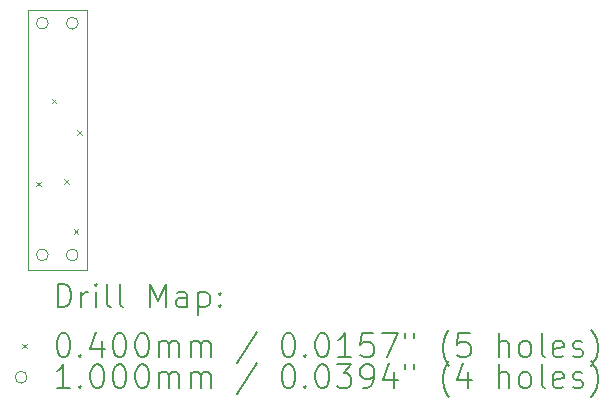
<source format=gbr>
%TF.GenerationSoftware,KiCad,Pcbnew,7.0.7*%
%TF.CreationDate,2023-10-14T15:10:54+01:00*%
%TF.ProjectId,battery_protection,62617474-6572-4795-9f70-726f74656374,rev?*%
%TF.SameCoordinates,Original*%
%TF.FileFunction,Drillmap*%
%TF.FilePolarity,Positive*%
%FSLAX45Y45*%
G04 Gerber Fmt 4.5, Leading zero omitted, Abs format (unit mm)*
G04 Created by KiCad (PCBNEW 7.0.7) date 2023-10-14 15:10:54*
%MOMM*%
%LPD*%
G01*
G04 APERTURE LIST*
%ADD10C,0.100000*%
%ADD11C,0.200000*%
%ADD12C,0.040000*%
G04 APERTURE END LIST*
D10*
X14492000Y-8231500D02*
X14993000Y-8231500D01*
X14993000Y-10434500D01*
X14492000Y-10434500D01*
X14492000Y-8231500D01*
D11*
D12*
X14563000Y-9687000D02*
X14603000Y-9727000D01*
X14603000Y-9687000D02*
X14563000Y-9727000D01*
X14694389Y-8983928D02*
X14734389Y-9023928D01*
X14734389Y-8983928D02*
X14694389Y-9023928D01*
X14803000Y-9665000D02*
X14843000Y-9705000D01*
X14843000Y-9665000D02*
X14803000Y-9705000D01*
X14881000Y-10090000D02*
X14921000Y-10130000D01*
X14921000Y-10090000D02*
X14881000Y-10130000D01*
X14914000Y-9250000D02*
X14954000Y-9290000D01*
X14954000Y-9250000D02*
X14914000Y-9290000D01*
D10*
X14666000Y-8344984D02*
G75*
G03*
X14666000Y-8344984I-50000J0D01*
G01*
X14666000Y-10307000D02*
G75*
G03*
X14666000Y-10307000I-50000J0D01*
G01*
X14920000Y-8346000D02*
G75*
G03*
X14920000Y-8346000I-50000J0D01*
G01*
X14920000Y-10308000D02*
G75*
G03*
X14920000Y-10308000I-50000J0D01*
G01*
D11*
X14747777Y-10750984D02*
X14747777Y-10550984D01*
X14747777Y-10550984D02*
X14795396Y-10550984D01*
X14795396Y-10550984D02*
X14823967Y-10560508D01*
X14823967Y-10560508D02*
X14843015Y-10579555D01*
X14843015Y-10579555D02*
X14852539Y-10598603D01*
X14852539Y-10598603D02*
X14862062Y-10636698D01*
X14862062Y-10636698D02*
X14862062Y-10665270D01*
X14862062Y-10665270D02*
X14852539Y-10703365D01*
X14852539Y-10703365D02*
X14843015Y-10722412D01*
X14843015Y-10722412D02*
X14823967Y-10741460D01*
X14823967Y-10741460D02*
X14795396Y-10750984D01*
X14795396Y-10750984D02*
X14747777Y-10750984D01*
X14947777Y-10750984D02*
X14947777Y-10617650D01*
X14947777Y-10655746D02*
X14957301Y-10636698D01*
X14957301Y-10636698D02*
X14966824Y-10627174D01*
X14966824Y-10627174D02*
X14985872Y-10617650D01*
X14985872Y-10617650D02*
X15004920Y-10617650D01*
X15071586Y-10750984D02*
X15071586Y-10617650D01*
X15071586Y-10550984D02*
X15062062Y-10560508D01*
X15062062Y-10560508D02*
X15071586Y-10570031D01*
X15071586Y-10570031D02*
X15081110Y-10560508D01*
X15081110Y-10560508D02*
X15071586Y-10550984D01*
X15071586Y-10550984D02*
X15071586Y-10570031D01*
X15195396Y-10750984D02*
X15176348Y-10741460D01*
X15176348Y-10741460D02*
X15166824Y-10722412D01*
X15166824Y-10722412D02*
X15166824Y-10550984D01*
X15300158Y-10750984D02*
X15281110Y-10741460D01*
X15281110Y-10741460D02*
X15271586Y-10722412D01*
X15271586Y-10722412D02*
X15271586Y-10550984D01*
X15528729Y-10750984D02*
X15528729Y-10550984D01*
X15528729Y-10550984D02*
X15595396Y-10693841D01*
X15595396Y-10693841D02*
X15662062Y-10550984D01*
X15662062Y-10550984D02*
X15662062Y-10750984D01*
X15843015Y-10750984D02*
X15843015Y-10646222D01*
X15843015Y-10646222D02*
X15833491Y-10627174D01*
X15833491Y-10627174D02*
X15814443Y-10617650D01*
X15814443Y-10617650D02*
X15776348Y-10617650D01*
X15776348Y-10617650D02*
X15757301Y-10627174D01*
X15843015Y-10741460D02*
X15823967Y-10750984D01*
X15823967Y-10750984D02*
X15776348Y-10750984D01*
X15776348Y-10750984D02*
X15757301Y-10741460D01*
X15757301Y-10741460D02*
X15747777Y-10722412D01*
X15747777Y-10722412D02*
X15747777Y-10703365D01*
X15747777Y-10703365D02*
X15757301Y-10684317D01*
X15757301Y-10684317D02*
X15776348Y-10674793D01*
X15776348Y-10674793D02*
X15823967Y-10674793D01*
X15823967Y-10674793D02*
X15843015Y-10665270D01*
X15938253Y-10617650D02*
X15938253Y-10817650D01*
X15938253Y-10627174D02*
X15957301Y-10617650D01*
X15957301Y-10617650D02*
X15995396Y-10617650D01*
X15995396Y-10617650D02*
X16014443Y-10627174D01*
X16014443Y-10627174D02*
X16023967Y-10636698D01*
X16023967Y-10636698D02*
X16033491Y-10655746D01*
X16033491Y-10655746D02*
X16033491Y-10712889D01*
X16033491Y-10712889D02*
X16023967Y-10731936D01*
X16023967Y-10731936D02*
X16014443Y-10741460D01*
X16014443Y-10741460D02*
X15995396Y-10750984D01*
X15995396Y-10750984D02*
X15957301Y-10750984D01*
X15957301Y-10750984D02*
X15938253Y-10741460D01*
X16119205Y-10731936D02*
X16128729Y-10741460D01*
X16128729Y-10741460D02*
X16119205Y-10750984D01*
X16119205Y-10750984D02*
X16109682Y-10741460D01*
X16109682Y-10741460D02*
X16119205Y-10731936D01*
X16119205Y-10731936D02*
X16119205Y-10750984D01*
X16119205Y-10627174D02*
X16128729Y-10636698D01*
X16128729Y-10636698D02*
X16119205Y-10646222D01*
X16119205Y-10646222D02*
X16109682Y-10636698D01*
X16109682Y-10636698D02*
X16119205Y-10627174D01*
X16119205Y-10627174D02*
X16119205Y-10646222D01*
D12*
X14447000Y-11059500D02*
X14487000Y-11099500D01*
X14487000Y-11059500D02*
X14447000Y-11099500D01*
D11*
X14785872Y-10970984D02*
X14804920Y-10970984D01*
X14804920Y-10970984D02*
X14823967Y-10980508D01*
X14823967Y-10980508D02*
X14833491Y-10990031D01*
X14833491Y-10990031D02*
X14843015Y-11009079D01*
X14843015Y-11009079D02*
X14852539Y-11047174D01*
X14852539Y-11047174D02*
X14852539Y-11094793D01*
X14852539Y-11094793D02*
X14843015Y-11132889D01*
X14843015Y-11132889D02*
X14833491Y-11151936D01*
X14833491Y-11151936D02*
X14823967Y-11161460D01*
X14823967Y-11161460D02*
X14804920Y-11170984D01*
X14804920Y-11170984D02*
X14785872Y-11170984D01*
X14785872Y-11170984D02*
X14766824Y-11161460D01*
X14766824Y-11161460D02*
X14757301Y-11151936D01*
X14757301Y-11151936D02*
X14747777Y-11132889D01*
X14747777Y-11132889D02*
X14738253Y-11094793D01*
X14738253Y-11094793D02*
X14738253Y-11047174D01*
X14738253Y-11047174D02*
X14747777Y-11009079D01*
X14747777Y-11009079D02*
X14757301Y-10990031D01*
X14757301Y-10990031D02*
X14766824Y-10980508D01*
X14766824Y-10980508D02*
X14785872Y-10970984D01*
X14938253Y-11151936D02*
X14947777Y-11161460D01*
X14947777Y-11161460D02*
X14938253Y-11170984D01*
X14938253Y-11170984D02*
X14928729Y-11161460D01*
X14928729Y-11161460D02*
X14938253Y-11151936D01*
X14938253Y-11151936D02*
X14938253Y-11170984D01*
X15119205Y-11037650D02*
X15119205Y-11170984D01*
X15071586Y-10961460D02*
X15023967Y-11104317D01*
X15023967Y-11104317D02*
X15147777Y-11104317D01*
X15262062Y-10970984D02*
X15281110Y-10970984D01*
X15281110Y-10970984D02*
X15300158Y-10980508D01*
X15300158Y-10980508D02*
X15309682Y-10990031D01*
X15309682Y-10990031D02*
X15319205Y-11009079D01*
X15319205Y-11009079D02*
X15328729Y-11047174D01*
X15328729Y-11047174D02*
X15328729Y-11094793D01*
X15328729Y-11094793D02*
X15319205Y-11132889D01*
X15319205Y-11132889D02*
X15309682Y-11151936D01*
X15309682Y-11151936D02*
X15300158Y-11161460D01*
X15300158Y-11161460D02*
X15281110Y-11170984D01*
X15281110Y-11170984D02*
X15262062Y-11170984D01*
X15262062Y-11170984D02*
X15243015Y-11161460D01*
X15243015Y-11161460D02*
X15233491Y-11151936D01*
X15233491Y-11151936D02*
X15223967Y-11132889D01*
X15223967Y-11132889D02*
X15214443Y-11094793D01*
X15214443Y-11094793D02*
X15214443Y-11047174D01*
X15214443Y-11047174D02*
X15223967Y-11009079D01*
X15223967Y-11009079D02*
X15233491Y-10990031D01*
X15233491Y-10990031D02*
X15243015Y-10980508D01*
X15243015Y-10980508D02*
X15262062Y-10970984D01*
X15452539Y-10970984D02*
X15471586Y-10970984D01*
X15471586Y-10970984D02*
X15490634Y-10980508D01*
X15490634Y-10980508D02*
X15500158Y-10990031D01*
X15500158Y-10990031D02*
X15509682Y-11009079D01*
X15509682Y-11009079D02*
X15519205Y-11047174D01*
X15519205Y-11047174D02*
X15519205Y-11094793D01*
X15519205Y-11094793D02*
X15509682Y-11132889D01*
X15509682Y-11132889D02*
X15500158Y-11151936D01*
X15500158Y-11151936D02*
X15490634Y-11161460D01*
X15490634Y-11161460D02*
X15471586Y-11170984D01*
X15471586Y-11170984D02*
X15452539Y-11170984D01*
X15452539Y-11170984D02*
X15433491Y-11161460D01*
X15433491Y-11161460D02*
X15423967Y-11151936D01*
X15423967Y-11151936D02*
X15414443Y-11132889D01*
X15414443Y-11132889D02*
X15404920Y-11094793D01*
X15404920Y-11094793D02*
X15404920Y-11047174D01*
X15404920Y-11047174D02*
X15414443Y-11009079D01*
X15414443Y-11009079D02*
X15423967Y-10990031D01*
X15423967Y-10990031D02*
X15433491Y-10980508D01*
X15433491Y-10980508D02*
X15452539Y-10970984D01*
X15604920Y-11170984D02*
X15604920Y-11037650D01*
X15604920Y-11056698D02*
X15614443Y-11047174D01*
X15614443Y-11047174D02*
X15633491Y-11037650D01*
X15633491Y-11037650D02*
X15662063Y-11037650D01*
X15662063Y-11037650D02*
X15681110Y-11047174D01*
X15681110Y-11047174D02*
X15690634Y-11066222D01*
X15690634Y-11066222D02*
X15690634Y-11170984D01*
X15690634Y-11066222D02*
X15700158Y-11047174D01*
X15700158Y-11047174D02*
X15719205Y-11037650D01*
X15719205Y-11037650D02*
X15747777Y-11037650D01*
X15747777Y-11037650D02*
X15766824Y-11047174D01*
X15766824Y-11047174D02*
X15776348Y-11066222D01*
X15776348Y-11066222D02*
X15776348Y-11170984D01*
X15871586Y-11170984D02*
X15871586Y-11037650D01*
X15871586Y-11056698D02*
X15881110Y-11047174D01*
X15881110Y-11047174D02*
X15900158Y-11037650D01*
X15900158Y-11037650D02*
X15928729Y-11037650D01*
X15928729Y-11037650D02*
X15947777Y-11047174D01*
X15947777Y-11047174D02*
X15957301Y-11066222D01*
X15957301Y-11066222D02*
X15957301Y-11170984D01*
X15957301Y-11066222D02*
X15966824Y-11047174D01*
X15966824Y-11047174D02*
X15985872Y-11037650D01*
X15985872Y-11037650D02*
X16014443Y-11037650D01*
X16014443Y-11037650D02*
X16033491Y-11047174D01*
X16033491Y-11047174D02*
X16043015Y-11066222D01*
X16043015Y-11066222D02*
X16043015Y-11170984D01*
X16433491Y-10961460D02*
X16262063Y-11218603D01*
X16690634Y-10970984D02*
X16709682Y-10970984D01*
X16709682Y-10970984D02*
X16728729Y-10980508D01*
X16728729Y-10980508D02*
X16738253Y-10990031D01*
X16738253Y-10990031D02*
X16747777Y-11009079D01*
X16747777Y-11009079D02*
X16757301Y-11047174D01*
X16757301Y-11047174D02*
X16757301Y-11094793D01*
X16757301Y-11094793D02*
X16747777Y-11132889D01*
X16747777Y-11132889D02*
X16738253Y-11151936D01*
X16738253Y-11151936D02*
X16728729Y-11161460D01*
X16728729Y-11161460D02*
X16709682Y-11170984D01*
X16709682Y-11170984D02*
X16690634Y-11170984D01*
X16690634Y-11170984D02*
X16671586Y-11161460D01*
X16671586Y-11161460D02*
X16662063Y-11151936D01*
X16662063Y-11151936D02*
X16652539Y-11132889D01*
X16652539Y-11132889D02*
X16643015Y-11094793D01*
X16643015Y-11094793D02*
X16643015Y-11047174D01*
X16643015Y-11047174D02*
X16652539Y-11009079D01*
X16652539Y-11009079D02*
X16662063Y-10990031D01*
X16662063Y-10990031D02*
X16671586Y-10980508D01*
X16671586Y-10980508D02*
X16690634Y-10970984D01*
X16843015Y-11151936D02*
X16852539Y-11161460D01*
X16852539Y-11161460D02*
X16843015Y-11170984D01*
X16843015Y-11170984D02*
X16833491Y-11161460D01*
X16833491Y-11161460D02*
X16843015Y-11151936D01*
X16843015Y-11151936D02*
X16843015Y-11170984D01*
X16976348Y-10970984D02*
X16995396Y-10970984D01*
X16995396Y-10970984D02*
X17014444Y-10980508D01*
X17014444Y-10980508D02*
X17023968Y-10990031D01*
X17023968Y-10990031D02*
X17033491Y-11009079D01*
X17033491Y-11009079D02*
X17043015Y-11047174D01*
X17043015Y-11047174D02*
X17043015Y-11094793D01*
X17043015Y-11094793D02*
X17033491Y-11132889D01*
X17033491Y-11132889D02*
X17023968Y-11151936D01*
X17023968Y-11151936D02*
X17014444Y-11161460D01*
X17014444Y-11161460D02*
X16995396Y-11170984D01*
X16995396Y-11170984D02*
X16976348Y-11170984D01*
X16976348Y-11170984D02*
X16957301Y-11161460D01*
X16957301Y-11161460D02*
X16947777Y-11151936D01*
X16947777Y-11151936D02*
X16938253Y-11132889D01*
X16938253Y-11132889D02*
X16928729Y-11094793D01*
X16928729Y-11094793D02*
X16928729Y-11047174D01*
X16928729Y-11047174D02*
X16938253Y-11009079D01*
X16938253Y-11009079D02*
X16947777Y-10990031D01*
X16947777Y-10990031D02*
X16957301Y-10980508D01*
X16957301Y-10980508D02*
X16976348Y-10970984D01*
X17233491Y-11170984D02*
X17119206Y-11170984D01*
X17176348Y-11170984D02*
X17176348Y-10970984D01*
X17176348Y-10970984D02*
X17157301Y-10999555D01*
X17157301Y-10999555D02*
X17138253Y-11018603D01*
X17138253Y-11018603D02*
X17119206Y-11028127D01*
X17414444Y-10970984D02*
X17319206Y-10970984D01*
X17319206Y-10970984D02*
X17309682Y-11066222D01*
X17309682Y-11066222D02*
X17319206Y-11056698D01*
X17319206Y-11056698D02*
X17338253Y-11047174D01*
X17338253Y-11047174D02*
X17385872Y-11047174D01*
X17385872Y-11047174D02*
X17404920Y-11056698D01*
X17404920Y-11056698D02*
X17414444Y-11066222D01*
X17414444Y-11066222D02*
X17423968Y-11085270D01*
X17423968Y-11085270D02*
X17423968Y-11132889D01*
X17423968Y-11132889D02*
X17414444Y-11151936D01*
X17414444Y-11151936D02*
X17404920Y-11161460D01*
X17404920Y-11161460D02*
X17385872Y-11170984D01*
X17385872Y-11170984D02*
X17338253Y-11170984D01*
X17338253Y-11170984D02*
X17319206Y-11161460D01*
X17319206Y-11161460D02*
X17309682Y-11151936D01*
X17490634Y-10970984D02*
X17623968Y-10970984D01*
X17623968Y-10970984D02*
X17538253Y-11170984D01*
X17690634Y-10970984D02*
X17690634Y-11009079D01*
X17766825Y-10970984D02*
X17766825Y-11009079D01*
X18062063Y-11247174D02*
X18052539Y-11237650D01*
X18052539Y-11237650D02*
X18033491Y-11209079D01*
X18033491Y-11209079D02*
X18023968Y-11190031D01*
X18023968Y-11190031D02*
X18014444Y-11161460D01*
X18014444Y-11161460D02*
X18004920Y-11113841D01*
X18004920Y-11113841D02*
X18004920Y-11075746D01*
X18004920Y-11075746D02*
X18014444Y-11028127D01*
X18014444Y-11028127D02*
X18023968Y-10999555D01*
X18023968Y-10999555D02*
X18033491Y-10980508D01*
X18033491Y-10980508D02*
X18052539Y-10951936D01*
X18052539Y-10951936D02*
X18062063Y-10942412D01*
X18233491Y-10970984D02*
X18138253Y-10970984D01*
X18138253Y-10970984D02*
X18128730Y-11066222D01*
X18128730Y-11066222D02*
X18138253Y-11056698D01*
X18138253Y-11056698D02*
X18157301Y-11047174D01*
X18157301Y-11047174D02*
X18204920Y-11047174D01*
X18204920Y-11047174D02*
X18223968Y-11056698D01*
X18223968Y-11056698D02*
X18233491Y-11066222D01*
X18233491Y-11066222D02*
X18243015Y-11085270D01*
X18243015Y-11085270D02*
X18243015Y-11132889D01*
X18243015Y-11132889D02*
X18233491Y-11151936D01*
X18233491Y-11151936D02*
X18223968Y-11161460D01*
X18223968Y-11161460D02*
X18204920Y-11170984D01*
X18204920Y-11170984D02*
X18157301Y-11170984D01*
X18157301Y-11170984D02*
X18138253Y-11161460D01*
X18138253Y-11161460D02*
X18128730Y-11151936D01*
X18481111Y-11170984D02*
X18481111Y-10970984D01*
X18566825Y-11170984D02*
X18566825Y-11066222D01*
X18566825Y-11066222D02*
X18557301Y-11047174D01*
X18557301Y-11047174D02*
X18538253Y-11037650D01*
X18538253Y-11037650D02*
X18509682Y-11037650D01*
X18509682Y-11037650D02*
X18490634Y-11047174D01*
X18490634Y-11047174D02*
X18481111Y-11056698D01*
X18690634Y-11170984D02*
X18671587Y-11161460D01*
X18671587Y-11161460D02*
X18662063Y-11151936D01*
X18662063Y-11151936D02*
X18652539Y-11132889D01*
X18652539Y-11132889D02*
X18652539Y-11075746D01*
X18652539Y-11075746D02*
X18662063Y-11056698D01*
X18662063Y-11056698D02*
X18671587Y-11047174D01*
X18671587Y-11047174D02*
X18690634Y-11037650D01*
X18690634Y-11037650D02*
X18719206Y-11037650D01*
X18719206Y-11037650D02*
X18738253Y-11047174D01*
X18738253Y-11047174D02*
X18747777Y-11056698D01*
X18747777Y-11056698D02*
X18757301Y-11075746D01*
X18757301Y-11075746D02*
X18757301Y-11132889D01*
X18757301Y-11132889D02*
X18747777Y-11151936D01*
X18747777Y-11151936D02*
X18738253Y-11161460D01*
X18738253Y-11161460D02*
X18719206Y-11170984D01*
X18719206Y-11170984D02*
X18690634Y-11170984D01*
X18871587Y-11170984D02*
X18852539Y-11161460D01*
X18852539Y-11161460D02*
X18843015Y-11142412D01*
X18843015Y-11142412D02*
X18843015Y-10970984D01*
X19023968Y-11161460D02*
X19004920Y-11170984D01*
X19004920Y-11170984D02*
X18966825Y-11170984D01*
X18966825Y-11170984D02*
X18947777Y-11161460D01*
X18947777Y-11161460D02*
X18938253Y-11142412D01*
X18938253Y-11142412D02*
X18938253Y-11066222D01*
X18938253Y-11066222D02*
X18947777Y-11047174D01*
X18947777Y-11047174D02*
X18966825Y-11037650D01*
X18966825Y-11037650D02*
X19004920Y-11037650D01*
X19004920Y-11037650D02*
X19023968Y-11047174D01*
X19023968Y-11047174D02*
X19033492Y-11066222D01*
X19033492Y-11066222D02*
X19033492Y-11085270D01*
X19033492Y-11085270D02*
X18938253Y-11104317D01*
X19109682Y-11161460D02*
X19128730Y-11170984D01*
X19128730Y-11170984D02*
X19166825Y-11170984D01*
X19166825Y-11170984D02*
X19185873Y-11161460D01*
X19185873Y-11161460D02*
X19195396Y-11142412D01*
X19195396Y-11142412D02*
X19195396Y-11132889D01*
X19195396Y-11132889D02*
X19185873Y-11113841D01*
X19185873Y-11113841D02*
X19166825Y-11104317D01*
X19166825Y-11104317D02*
X19138253Y-11104317D01*
X19138253Y-11104317D02*
X19119206Y-11094793D01*
X19119206Y-11094793D02*
X19109682Y-11075746D01*
X19109682Y-11075746D02*
X19109682Y-11066222D01*
X19109682Y-11066222D02*
X19119206Y-11047174D01*
X19119206Y-11047174D02*
X19138253Y-11037650D01*
X19138253Y-11037650D02*
X19166825Y-11037650D01*
X19166825Y-11037650D02*
X19185873Y-11047174D01*
X19262063Y-11247174D02*
X19271587Y-11237650D01*
X19271587Y-11237650D02*
X19290634Y-11209079D01*
X19290634Y-11209079D02*
X19300158Y-11190031D01*
X19300158Y-11190031D02*
X19309682Y-11161460D01*
X19309682Y-11161460D02*
X19319206Y-11113841D01*
X19319206Y-11113841D02*
X19319206Y-11075746D01*
X19319206Y-11075746D02*
X19309682Y-11028127D01*
X19309682Y-11028127D02*
X19300158Y-10999555D01*
X19300158Y-10999555D02*
X19290634Y-10980508D01*
X19290634Y-10980508D02*
X19271587Y-10951936D01*
X19271587Y-10951936D02*
X19262063Y-10942412D01*
D10*
X14487000Y-11343500D02*
G75*
G03*
X14487000Y-11343500I-50000J0D01*
G01*
D11*
X14852539Y-11434984D02*
X14738253Y-11434984D01*
X14795396Y-11434984D02*
X14795396Y-11234984D01*
X14795396Y-11234984D02*
X14776348Y-11263555D01*
X14776348Y-11263555D02*
X14757301Y-11282603D01*
X14757301Y-11282603D02*
X14738253Y-11292127D01*
X14938253Y-11415936D02*
X14947777Y-11425460D01*
X14947777Y-11425460D02*
X14938253Y-11434984D01*
X14938253Y-11434984D02*
X14928729Y-11425460D01*
X14928729Y-11425460D02*
X14938253Y-11415936D01*
X14938253Y-11415936D02*
X14938253Y-11434984D01*
X15071586Y-11234984D02*
X15090634Y-11234984D01*
X15090634Y-11234984D02*
X15109682Y-11244508D01*
X15109682Y-11244508D02*
X15119205Y-11254031D01*
X15119205Y-11254031D02*
X15128729Y-11273079D01*
X15128729Y-11273079D02*
X15138253Y-11311174D01*
X15138253Y-11311174D02*
X15138253Y-11358793D01*
X15138253Y-11358793D02*
X15128729Y-11396888D01*
X15128729Y-11396888D02*
X15119205Y-11415936D01*
X15119205Y-11415936D02*
X15109682Y-11425460D01*
X15109682Y-11425460D02*
X15090634Y-11434984D01*
X15090634Y-11434984D02*
X15071586Y-11434984D01*
X15071586Y-11434984D02*
X15052539Y-11425460D01*
X15052539Y-11425460D02*
X15043015Y-11415936D01*
X15043015Y-11415936D02*
X15033491Y-11396888D01*
X15033491Y-11396888D02*
X15023967Y-11358793D01*
X15023967Y-11358793D02*
X15023967Y-11311174D01*
X15023967Y-11311174D02*
X15033491Y-11273079D01*
X15033491Y-11273079D02*
X15043015Y-11254031D01*
X15043015Y-11254031D02*
X15052539Y-11244508D01*
X15052539Y-11244508D02*
X15071586Y-11234984D01*
X15262062Y-11234984D02*
X15281110Y-11234984D01*
X15281110Y-11234984D02*
X15300158Y-11244508D01*
X15300158Y-11244508D02*
X15309682Y-11254031D01*
X15309682Y-11254031D02*
X15319205Y-11273079D01*
X15319205Y-11273079D02*
X15328729Y-11311174D01*
X15328729Y-11311174D02*
X15328729Y-11358793D01*
X15328729Y-11358793D02*
X15319205Y-11396888D01*
X15319205Y-11396888D02*
X15309682Y-11415936D01*
X15309682Y-11415936D02*
X15300158Y-11425460D01*
X15300158Y-11425460D02*
X15281110Y-11434984D01*
X15281110Y-11434984D02*
X15262062Y-11434984D01*
X15262062Y-11434984D02*
X15243015Y-11425460D01*
X15243015Y-11425460D02*
X15233491Y-11415936D01*
X15233491Y-11415936D02*
X15223967Y-11396888D01*
X15223967Y-11396888D02*
X15214443Y-11358793D01*
X15214443Y-11358793D02*
X15214443Y-11311174D01*
X15214443Y-11311174D02*
X15223967Y-11273079D01*
X15223967Y-11273079D02*
X15233491Y-11254031D01*
X15233491Y-11254031D02*
X15243015Y-11244508D01*
X15243015Y-11244508D02*
X15262062Y-11234984D01*
X15452539Y-11234984D02*
X15471586Y-11234984D01*
X15471586Y-11234984D02*
X15490634Y-11244508D01*
X15490634Y-11244508D02*
X15500158Y-11254031D01*
X15500158Y-11254031D02*
X15509682Y-11273079D01*
X15509682Y-11273079D02*
X15519205Y-11311174D01*
X15519205Y-11311174D02*
X15519205Y-11358793D01*
X15519205Y-11358793D02*
X15509682Y-11396888D01*
X15509682Y-11396888D02*
X15500158Y-11415936D01*
X15500158Y-11415936D02*
X15490634Y-11425460D01*
X15490634Y-11425460D02*
X15471586Y-11434984D01*
X15471586Y-11434984D02*
X15452539Y-11434984D01*
X15452539Y-11434984D02*
X15433491Y-11425460D01*
X15433491Y-11425460D02*
X15423967Y-11415936D01*
X15423967Y-11415936D02*
X15414443Y-11396888D01*
X15414443Y-11396888D02*
X15404920Y-11358793D01*
X15404920Y-11358793D02*
X15404920Y-11311174D01*
X15404920Y-11311174D02*
X15414443Y-11273079D01*
X15414443Y-11273079D02*
X15423967Y-11254031D01*
X15423967Y-11254031D02*
X15433491Y-11244508D01*
X15433491Y-11244508D02*
X15452539Y-11234984D01*
X15604920Y-11434984D02*
X15604920Y-11301650D01*
X15604920Y-11320698D02*
X15614443Y-11311174D01*
X15614443Y-11311174D02*
X15633491Y-11301650D01*
X15633491Y-11301650D02*
X15662063Y-11301650D01*
X15662063Y-11301650D02*
X15681110Y-11311174D01*
X15681110Y-11311174D02*
X15690634Y-11330222D01*
X15690634Y-11330222D02*
X15690634Y-11434984D01*
X15690634Y-11330222D02*
X15700158Y-11311174D01*
X15700158Y-11311174D02*
X15719205Y-11301650D01*
X15719205Y-11301650D02*
X15747777Y-11301650D01*
X15747777Y-11301650D02*
X15766824Y-11311174D01*
X15766824Y-11311174D02*
X15776348Y-11330222D01*
X15776348Y-11330222D02*
X15776348Y-11434984D01*
X15871586Y-11434984D02*
X15871586Y-11301650D01*
X15871586Y-11320698D02*
X15881110Y-11311174D01*
X15881110Y-11311174D02*
X15900158Y-11301650D01*
X15900158Y-11301650D02*
X15928729Y-11301650D01*
X15928729Y-11301650D02*
X15947777Y-11311174D01*
X15947777Y-11311174D02*
X15957301Y-11330222D01*
X15957301Y-11330222D02*
X15957301Y-11434984D01*
X15957301Y-11330222D02*
X15966824Y-11311174D01*
X15966824Y-11311174D02*
X15985872Y-11301650D01*
X15985872Y-11301650D02*
X16014443Y-11301650D01*
X16014443Y-11301650D02*
X16033491Y-11311174D01*
X16033491Y-11311174D02*
X16043015Y-11330222D01*
X16043015Y-11330222D02*
X16043015Y-11434984D01*
X16433491Y-11225460D02*
X16262063Y-11482603D01*
X16690634Y-11234984D02*
X16709682Y-11234984D01*
X16709682Y-11234984D02*
X16728729Y-11244508D01*
X16728729Y-11244508D02*
X16738253Y-11254031D01*
X16738253Y-11254031D02*
X16747777Y-11273079D01*
X16747777Y-11273079D02*
X16757301Y-11311174D01*
X16757301Y-11311174D02*
X16757301Y-11358793D01*
X16757301Y-11358793D02*
X16747777Y-11396888D01*
X16747777Y-11396888D02*
X16738253Y-11415936D01*
X16738253Y-11415936D02*
X16728729Y-11425460D01*
X16728729Y-11425460D02*
X16709682Y-11434984D01*
X16709682Y-11434984D02*
X16690634Y-11434984D01*
X16690634Y-11434984D02*
X16671586Y-11425460D01*
X16671586Y-11425460D02*
X16662063Y-11415936D01*
X16662063Y-11415936D02*
X16652539Y-11396888D01*
X16652539Y-11396888D02*
X16643015Y-11358793D01*
X16643015Y-11358793D02*
X16643015Y-11311174D01*
X16643015Y-11311174D02*
X16652539Y-11273079D01*
X16652539Y-11273079D02*
X16662063Y-11254031D01*
X16662063Y-11254031D02*
X16671586Y-11244508D01*
X16671586Y-11244508D02*
X16690634Y-11234984D01*
X16843015Y-11415936D02*
X16852539Y-11425460D01*
X16852539Y-11425460D02*
X16843015Y-11434984D01*
X16843015Y-11434984D02*
X16833491Y-11425460D01*
X16833491Y-11425460D02*
X16843015Y-11415936D01*
X16843015Y-11415936D02*
X16843015Y-11434984D01*
X16976348Y-11234984D02*
X16995396Y-11234984D01*
X16995396Y-11234984D02*
X17014444Y-11244508D01*
X17014444Y-11244508D02*
X17023968Y-11254031D01*
X17023968Y-11254031D02*
X17033491Y-11273079D01*
X17033491Y-11273079D02*
X17043015Y-11311174D01*
X17043015Y-11311174D02*
X17043015Y-11358793D01*
X17043015Y-11358793D02*
X17033491Y-11396888D01*
X17033491Y-11396888D02*
X17023968Y-11415936D01*
X17023968Y-11415936D02*
X17014444Y-11425460D01*
X17014444Y-11425460D02*
X16995396Y-11434984D01*
X16995396Y-11434984D02*
X16976348Y-11434984D01*
X16976348Y-11434984D02*
X16957301Y-11425460D01*
X16957301Y-11425460D02*
X16947777Y-11415936D01*
X16947777Y-11415936D02*
X16938253Y-11396888D01*
X16938253Y-11396888D02*
X16928729Y-11358793D01*
X16928729Y-11358793D02*
X16928729Y-11311174D01*
X16928729Y-11311174D02*
X16938253Y-11273079D01*
X16938253Y-11273079D02*
X16947777Y-11254031D01*
X16947777Y-11254031D02*
X16957301Y-11244508D01*
X16957301Y-11244508D02*
X16976348Y-11234984D01*
X17109682Y-11234984D02*
X17233491Y-11234984D01*
X17233491Y-11234984D02*
X17166825Y-11311174D01*
X17166825Y-11311174D02*
X17195396Y-11311174D01*
X17195396Y-11311174D02*
X17214444Y-11320698D01*
X17214444Y-11320698D02*
X17223968Y-11330222D01*
X17223968Y-11330222D02*
X17233491Y-11349269D01*
X17233491Y-11349269D02*
X17233491Y-11396888D01*
X17233491Y-11396888D02*
X17223968Y-11415936D01*
X17223968Y-11415936D02*
X17214444Y-11425460D01*
X17214444Y-11425460D02*
X17195396Y-11434984D01*
X17195396Y-11434984D02*
X17138253Y-11434984D01*
X17138253Y-11434984D02*
X17119206Y-11425460D01*
X17119206Y-11425460D02*
X17109682Y-11415936D01*
X17328729Y-11434984D02*
X17366825Y-11434984D01*
X17366825Y-11434984D02*
X17385872Y-11425460D01*
X17385872Y-11425460D02*
X17395396Y-11415936D01*
X17395396Y-11415936D02*
X17414444Y-11387365D01*
X17414444Y-11387365D02*
X17423968Y-11349269D01*
X17423968Y-11349269D02*
X17423968Y-11273079D01*
X17423968Y-11273079D02*
X17414444Y-11254031D01*
X17414444Y-11254031D02*
X17404920Y-11244508D01*
X17404920Y-11244508D02*
X17385872Y-11234984D01*
X17385872Y-11234984D02*
X17347777Y-11234984D01*
X17347777Y-11234984D02*
X17328729Y-11244508D01*
X17328729Y-11244508D02*
X17319206Y-11254031D01*
X17319206Y-11254031D02*
X17309682Y-11273079D01*
X17309682Y-11273079D02*
X17309682Y-11320698D01*
X17309682Y-11320698D02*
X17319206Y-11339746D01*
X17319206Y-11339746D02*
X17328729Y-11349269D01*
X17328729Y-11349269D02*
X17347777Y-11358793D01*
X17347777Y-11358793D02*
X17385872Y-11358793D01*
X17385872Y-11358793D02*
X17404920Y-11349269D01*
X17404920Y-11349269D02*
X17414444Y-11339746D01*
X17414444Y-11339746D02*
X17423968Y-11320698D01*
X17595396Y-11301650D02*
X17595396Y-11434984D01*
X17547777Y-11225460D02*
X17500158Y-11368317D01*
X17500158Y-11368317D02*
X17623968Y-11368317D01*
X17690634Y-11234984D02*
X17690634Y-11273079D01*
X17766825Y-11234984D02*
X17766825Y-11273079D01*
X18062063Y-11511174D02*
X18052539Y-11501650D01*
X18052539Y-11501650D02*
X18033491Y-11473079D01*
X18033491Y-11473079D02*
X18023968Y-11454031D01*
X18023968Y-11454031D02*
X18014444Y-11425460D01*
X18014444Y-11425460D02*
X18004920Y-11377841D01*
X18004920Y-11377841D02*
X18004920Y-11339746D01*
X18004920Y-11339746D02*
X18014444Y-11292127D01*
X18014444Y-11292127D02*
X18023968Y-11263555D01*
X18023968Y-11263555D02*
X18033491Y-11244508D01*
X18033491Y-11244508D02*
X18052539Y-11215936D01*
X18052539Y-11215936D02*
X18062063Y-11206412D01*
X18223968Y-11301650D02*
X18223968Y-11434984D01*
X18176349Y-11225460D02*
X18128730Y-11368317D01*
X18128730Y-11368317D02*
X18252539Y-11368317D01*
X18481111Y-11434984D02*
X18481111Y-11234984D01*
X18566825Y-11434984D02*
X18566825Y-11330222D01*
X18566825Y-11330222D02*
X18557301Y-11311174D01*
X18557301Y-11311174D02*
X18538253Y-11301650D01*
X18538253Y-11301650D02*
X18509682Y-11301650D01*
X18509682Y-11301650D02*
X18490634Y-11311174D01*
X18490634Y-11311174D02*
X18481111Y-11320698D01*
X18690634Y-11434984D02*
X18671587Y-11425460D01*
X18671587Y-11425460D02*
X18662063Y-11415936D01*
X18662063Y-11415936D02*
X18652539Y-11396888D01*
X18652539Y-11396888D02*
X18652539Y-11339746D01*
X18652539Y-11339746D02*
X18662063Y-11320698D01*
X18662063Y-11320698D02*
X18671587Y-11311174D01*
X18671587Y-11311174D02*
X18690634Y-11301650D01*
X18690634Y-11301650D02*
X18719206Y-11301650D01*
X18719206Y-11301650D02*
X18738253Y-11311174D01*
X18738253Y-11311174D02*
X18747777Y-11320698D01*
X18747777Y-11320698D02*
X18757301Y-11339746D01*
X18757301Y-11339746D02*
X18757301Y-11396888D01*
X18757301Y-11396888D02*
X18747777Y-11415936D01*
X18747777Y-11415936D02*
X18738253Y-11425460D01*
X18738253Y-11425460D02*
X18719206Y-11434984D01*
X18719206Y-11434984D02*
X18690634Y-11434984D01*
X18871587Y-11434984D02*
X18852539Y-11425460D01*
X18852539Y-11425460D02*
X18843015Y-11406412D01*
X18843015Y-11406412D02*
X18843015Y-11234984D01*
X19023968Y-11425460D02*
X19004920Y-11434984D01*
X19004920Y-11434984D02*
X18966825Y-11434984D01*
X18966825Y-11434984D02*
X18947777Y-11425460D01*
X18947777Y-11425460D02*
X18938253Y-11406412D01*
X18938253Y-11406412D02*
X18938253Y-11330222D01*
X18938253Y-11330222D02*
X18947777Y-11311174D01*
X18947777Y-11311174D02*
X18966825Y-11301650D01*
X18966825Y-11301650D02*
X19004920Y-11301650D01*
X19004920Y-11301650D02*
X19023968Y-11311174D01*
X19023968Y-11311174D02*
X19033492Y-11330222D01*
X19033492Y-11330222D02*
X19033492Y-11349269D01*
X19033492Y-11349269D02*
X18938253Y-11368317D01*
X19109682Y-11425460D02*
X19128730Y-11434984D01*
X19128730Y-11434984D02*
X19166825Y-11434984D01*
X19166825Y-11434984D02*
X19185873Y-11425460D01*
X19185873Y-11425460D02*
X19195396Y-11406412D01*
X19195396Y-11406412D02*
X19195396Y-11396888D01*
X19195396Y-11396888D02*
X19185873Y-11377841D01*
X19185873Y-11377841D02*
X19166825Y-11368317D01*
X19166825Y-11368317D02*
X19138253Y-11368317D01*
X19138253Y-11368317D02*
X19119206Y-11358793D01*
X19119206Y-11358793D02*
X19109682Y-11339746D01*
X19109682Y-11339746D02*
X19109682Y-11330222D01*
X19109682Y-11330222D02*
X19119206Y-11311174D01*
X19119206Y-11311174D02*
X19138253Y-11301650D01*
X19138253Y-11301650D02*
X19166825Y-11301650D01*
X19166825Y-11301650D02*
X19185873Y-11311174D01*
X19262063Y-11511174D02*
X19271587Y-11501650D01*
X19271587Y-11501650D02*
X19290634Y-11473079D01*
X19290634Y-11473079D02*
X19300158Y-11454031D01*
X19300158Y-11454031D02*
X19309682Y-11425460D01*
X19309682Y-11425460D02*
X19319206Y-11377841D01*
X19319206Y-11377841D02*
X19319206Y-11339746D01*
X19319206Y-11339746D02*
X19309682Y-11292127D01*
X19309682Y-11292127D02*
X19300158Y-11263555D01*
X19300158Y-11263555D02*
X19290634Y-11244508D01*
X19290634Y-11244508D02*
X19271587Y-11215936D01*
X19271587Y-11215936D02*
X19262063Y-11206412D01*
M02*

</source>
